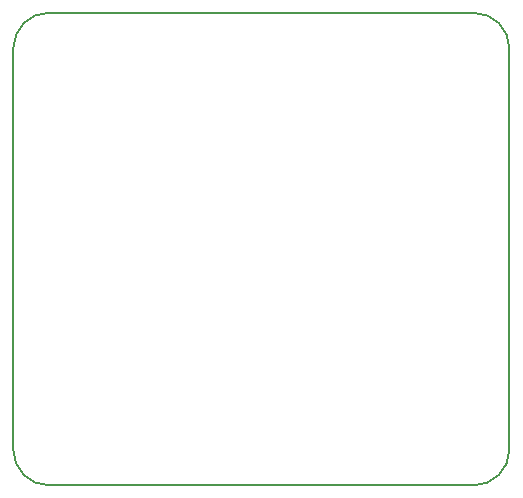
<source format=gm1>
G04 #@! TF.FileFunction,Profile,NP*
%FSLAX46Y46*%
G04 Gerber Fmt 4.6, Leading zero omitted, Abs format (unit mm)*
G04 Created by KiCad (PCBNEW 4.0.2+dfsg1-stable) date Fri 07 Oct 2016 10:28:56 BST*
%MOMM*%
G01*
G04 APERTURE LIST*
%ADD10C,0.150000*%
G04 APERTURE END LIST*
D10*
X134000000Y-96000000D02*
X170000000Y-96000000D01*
X134000000Y-96000000D02*
G75*
G03X131000000Y-99000000I0J-3000000D01*
G01*
X131000000Y-133000000D02*
X131000000Y-99000000D01*
X170000000Y-136000000D02*
G75*
G03X173000000Y-133000000I0J3000000D01*
G01*
X173000000Y-99000000D02*
G75*
G03X170000000Y-96000000I-3000000J0D01*
G01*
X173000000Y-133000000D02*
X173000000Y-99000000D01*
X134000000Y-136000000D02*
X170000000Y-136000000D01*
X131000000Y-133000000D02*
G75*
G03X134000000Y-136000000I3000000J0D01*
G01*
M02*

</source>
